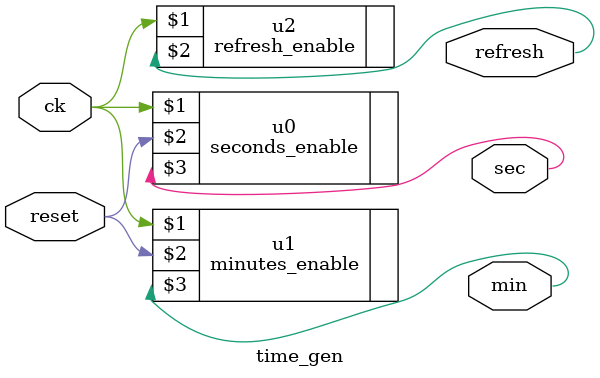
<source format=v>
`timescale 1ns/1ps

module time_gen(
    input ck, reset,
    output sec, min, refresh
);

    seconds_enable u0(ck, reset, sec);
    minutes_enable u1(ck, reset, min);
    refresh_enable u2(ck, refresh);

endmodule
</source>
